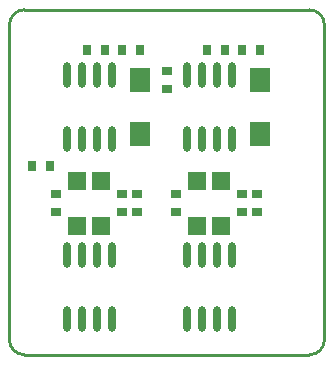
<source format=gtp>
G04*
G04 #@! TF.GenerationSoftware,Altium Limited,Altium Designer,22.2.1 (43)*
G04*
G04 Layer_Color=8421504*
%FSLAX44Y44*%
%MOMM*%
G71*
G04*
G04 #@! TF.SameCoordinates,B242430B-52BB-43DD-A0E7-0EA7797FDCDA*
G04*
G04*
G04 #@! TF.FilePolarity,Positive*
G04*
G01*
G75*
%ADD15C,0.2540*%
%ADD16R,0.8890X0.6350*%
%ADD17R,1.5700X1.5550*%
%ADD18R,0.6350X0.8890*%
%ADD19R,1.8000X2.0000*%
%ADD20O,0.6000X2.2000*%
D15*
X120650Y-146050D02*
G03*
X133350Y-133350I0J12700D01*
G01*
X-133350D02*
G03*
X-120650Y-146050I12700J-0D01*
G01*
X133350Y133350D02*
G03*
X120650Y146050I-12700J0D01*
G01*
X-120650D02*
G03*
X-133350Y133350I0J-12700D01*
G01*
X133350Y-133350D02*
Y0D01*
X0Y-146050D02*
X120650D01*
X-120650D02*
X0D01*
X-133350Y-133350D02*
Y0D01*
X133350D02*
Y133350D01*
X0Y146050D02*
X120650D01*
X-120650D02*
X0D01*
X-133350Y0D02*
Y133350D01*
D16*
X-38100Y-10160D02*
D03*
Y-25400D02*
D03*
X-25400D02*
D03*
Y-10160D02*
D03*
X-93980D02*
D03*
Y-25400D02*
D03*
X76200D02*
D03*
Y-10160D02*
D03*
X63500D02*
D03*
Y-25400D02*
D03*
X0Y78740D02*
D03*
Y93980D02*
D03*
X7620Y-10160D02*
D03*
Y-25400D02*
D03*
D17*
X25400Y1370D02*
D03*
Y-36930D02*
D03*
X45720Y1370D02*
D03*
Y-36930D02*
D03*
X-76200Y1370D02*
D03*
Y-36930D02*
D03*
X-55880Y1370D02*
D03*
Y-36930D02*
D03*
D18*
X-38100Y111760D02*
D03*
X-22860D02*
D03*
X-67310D02*
D03*
X-52070D02*
D03*
X63500D02*
D03*
X78740D02*
D03*
X34290D02*
D03*
X49530D02*
D03*
X-99060Y13970D02*
D03*
X-114300D02*
D03*
D19*
X-22860Y40500D02*
D03*
Y86500D02*
D03*
X78740Y40500D02*
D03*
Y86500D02*
D03*
D20*
X-84918Y36500D02*
D03*
X-72218Y90500D02*
D03*
X-46818D02*
D03*
X-72218Y36500D02*
D03*
X-59518D02*
D03*
X-46818D02*
D03*
X-84918Y90500D02*
D03*
X-59518D02*
D03*
X-84918Y-115900D02*
D03*
X-72218Y-61900D02*
D03*
X-46818D02*
D03*
X-72218Y-115900D02*
D03*
X-59518D02*
D03*
X-46818D02*
D03*
X-84918Y-61900D02*
D03*
X-59518D02*
D03*
X16682Y36500D02*
D03*
X29382Y90500D02*
D03*
X54782D02*
D03*
X29382Y36500D02*
D03*
X42082D02*
D03*
X54782D02*
D03*
X16682Y90500D02*
D03*
X42082D02*
D03*
X16682Y-115900D02*
D03*
X29382Y-61900D02*
D03*
X54782D02*
D03*
X29382Y-115900D02*
D03*
X42082D02*
D03*
X54782D02*
D03*
X16682Y-61900D02*
D03*
X42082D02*
D03*
M02*

</source>
